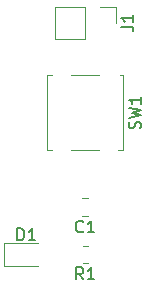
<source format=gbr>
%TF.GenerationSoftware,KiCad,Pcbnew,7.0.1*%
%TF.CreationDate,2024-04-06T20:55:59+09:00*%
%TF.ProjectId,Example,4578616d-706c-4652-9e6b-696361645f70,rev?*%
%TF.SameCoordinates,Original*%
%TF.FileFunction,Legend,Top*%
%TF.FilePolarity,Positive*%
%FSLAX46Y46*%
G04 Gerber Fmt 4.6, Leading zero omitted, Abs format (unit mm)*
G04 Created by KiCad (PCBNEW 7.0.1) date 2024-04-06 20:55:59*
%MOMM*%
%LPD*%
G01*
G04 APERTURE LIST*
%ADD10C,0.150000*%
%ADD11C,0.120000*%
G04 APERTURE END LIST*
D10*
%TO.C,C1*%
X20833333Y-24047380D02*
X20785714Y-24095000D01*
X20785714Y-24095000D02*
X20642857Y-24142619D01*
X20642857Y-24142619D02*
X20547619Y-24142619D01*
X20547619Y-24142619D02*
X20404762Y-24095000D01*
X20404762Y-24095000D02*
X20309524Y-23999761D01*
X20309524Y-23999761D02*
X20261905Y-23904523D01*
X20261905Y-23904523D02*
X20214286Y-23714047D01*
X20214286Y-23714047D02*
X20214286Y-23571190D01*
X20214286Y-23571190D02*
X20261905Y-23380714D01*
X20261905Y-23380714D02*
X20309524Y-23285476D01*
X20309524Y-23285476D02*
X20404762Y-23190238D01*
X20404762Y-23190238D02*
X20547619Y-23142619D01*
X20547619Y-23142619D02*
X20642857Y-23142619D01*
X20642857Y-23142619D02*
X20785714Y-23190238D01*
X20785714Y-23190238D02*
X20833333Y-23237857D01*
X21785714Y-24142619D02*
X21214286Y-24142619D01*
X21500000Y-24142619D02*
X21500000Y-23142619D01*
X21500000Y-23142619D02*
X21404762Y-23285476D01*
X21404762Y-23285476D02*
X21309524Y-23380714D01*
X21309524Y-23380714D02*
X21214286Y-23428333D01*
%TO.C,R1*%
X20833333Y-28112619D02*
X20500000Y-27636428D01*
X20261905Y-28112619D02*
X20261905Y-27112619D01*
X20261905Y-27112619D02*
X20642857Y-27112619D01*
X20642857Y-27112619D02*
X20738095Y-27160238D01*
X20738095Y-27160238D02*
X20785714Y-27207857D01*
X20785714Y-27207857D02*
X20833333Y-27303095D01*
X20833333Y-27303095D02*
X20833333Y-27445952D01*
X20833333Y-27445952D02*
X20785714Y-27541190D01*
X20785714Y-27541190D02*
X20738095Y-27588809D01*
X20738095Y-27588809D02*
X20642857Y-27636428D01*
X20642857Y-27636428D02*
X20261905Y-27636428D01*
X21785714Y-28112619D02*
X21214286Y-28112619D01*
X21500000Y-28112619D02*
X21500000Y-27112619D01*
X21500000Y-27112619D02*
X21404762Y-27255476D01*
X21404762Y-27255476D02*
X21309524Y-27350714D01*
X21309524Y-27350714D02*
X21214286Y-27398333D01*
%TO.C,J1*%
X24067619Y-6733333D02*
X24781904Y-6733333D01*
X24781904Y-6733333D02*
X24924761Y-6780952D01*
X24924761Y-6780952D02*
X25020000Y-6876190D01*
X25020000Y-6876190D02*
X25067619Y-7019047D01*
X25067619Y-7019047D02*
X25067619Y-7114285D01*
X25067619Y-5733333D02*
X25067619Y-6304761D01*
X25067619Y-6019047D02*
X24067619Y-6019047D01*
X24067619Y-6019047D02*
X24210476Y-6114285D01*
X24210476Y-6114285D02*
X24305714Y-6209523D01*
X24305714Y-6209523D02*
X24353333Y-6304761D01*
%TO.C,SW1*%
X25655000Y-15333332D02*
X25702619Y-15190475D01*
X25702619Y-15190475D02*
X25702619Y-14952380D01*
X25702619Y-14952380D02*
X25655000Y-14857142D01*
X25655000Y-14857142D02*
X25607380Y-14809523D01*
X25607380Y-14809523D02*
X25512142Y-14761904D01*
X25512142Y-14761904D02*
X25416904Y-14761904D01*
X25416904Y-14761904D02*
X25321666Y-14809523D01*
X25321666Y-14809523D02*
X25274047Y-14857142D01*
X25274047Y-14857142D02*
X25226428Y-14952380D01*
X25226428Y-14952380D02*
X25178809Y-15142856D01*
X25178809Y-15142856D02*
X25131190Y-15238094D01*
X25131190Y-15238094D02*
X25083571Y-15285713D01*
X25083571Y-15285713D02*
X24988333Y-15333332D01*
X24988333Y-15333332D02*
X24893095Y-15333332D01*
X24893095Y-15333332D02*
X24797857Y-15285713D01*
X24797857Y-15285713D02*
X24750238Y-15238094D01*
X24750238Y-15238094D02*
X24702619Y-15142856D01*
X24702619Y-15142856D02*
X24702619Y-14904761D01*
X24702619Y-14904761D02*
X24750238Y-14761904D01*
X24702619Y-14428570D02*
X25702619Y-14190475D01*
X25702619Y-14190475D02*
X24988333Y-13999999D01*
X24988333Y-13999999D02*
X25702619Y-13809523D01*
X25702619Y-13809523D02*
X24702619Y-13571428D01*
X25702619Y-12666666D02*
X25702619Y-13238094D01*
X25702619Y-12952380D02*
X24702619Y-12952380D01*
X24702619Y-12952380D02*
X24845476Y-13047618D01*
X24845476Y-13047618D02*
X24940714Y-13142856D01*
X24940714Y-13142856D02*
X24988333Y-13238094D01*
%TO.C,D1*%
X15261905Y-24812619D02*
X15261905Y-23812619D01*
X15261905Y-23812619D02*
X15500000Y-23812619D01*
X15500000Y-23812619D02*
X15642857Y-23860238D01*
X15642857Y-23860238D02*
X15738095Y-23955476D01*
X15738095Y-23955476D02*
X15785714Y-24050714D01*
X15785714Y-24050714D02*
X15833333Y-24241190D01*
X15833333Y-24241190D02*
X15833333Y-24384047D01*
X15833333Y-24384047D02*
X15785714Y-24574523D01*
X15785714Y-24574523D02*
X15738095Y-24669761D01*
X15738095Y-24669761D02*
X15642857Y-24765000D01*
X15642857Y-24765000D02*
X15500000Y-24812619D01*
X15500000Y-24812619D02*
X15261905Y-24812619D01*
X16785714Y-24812619D02*
X16214286Y-24812619D01*
X16500000Y-24812619D02*
X16500000Y-23812619D01*
X16500000Y-23812619D02*
X16404762Y-23955476D01*
X16404762Y-23955476D02*
X16309524Y-24050714D01*
X16309524Y-24050714D02*
X16214286Y-24098333D01*
D11*
%TO.C,C1*%
X21261252Y-22735000D02*
X20738748Y-22735000D01*
X21261252Y-21265000D02*
X20738748Y-21265000D01*
%TO.C,R1*%
X21227064Y-26735000D02*
X20772936Y-26735000D01*
X21227064Y-25265000D02*
X20772936Y-25265000D01*
%TO.C,J1*%
X23605000Y-5070000D02*
X23605000Y-6400000D01*
X22275000Y-5070000D02*
X23605000Y-5070000D01*
X21005000Y-5070000D02*
X18405000Y-5070000D01*
X21005000Y-5070000D02*
X21005000Y-7730000D01*
X18405000Y-5070000D02*
X18405000Y-7730000D01*
X21005000Y-7730000D02*
X18405000Y-7730000D01*
%TO.C,SW1*%
X17790000Y-17210000D02*
X18200000Y-17210000D01*
X19800000Y-17210000D02*
X22200000Y-17210000D01*
X23800000Y-17210000D02*
X24210000Y-17210000D01*
X24210000Y-17210000D02*
X24210000Y-10790000D01*
X17790000Y-10790000D02*
X17790000Y-17210000D01*
X18200000Y-10790000D02*
X17790000Y-10790000D01*
X22200000Y-10790000D02*
X19800000Y-10790000D01*
X24210000Y-10790000D02*
X23930000Y-10790000D01*
%TO.C,D1*%
X14140000Y-25040000D02*
X14140000Y-26960000D01*
X14140000Y-26960000D02*
X17000000Y-26960000D01*
X17000000Y-25040000D02*
X14140000Y-25040000D01*
%TD*%
M02*

</source>
